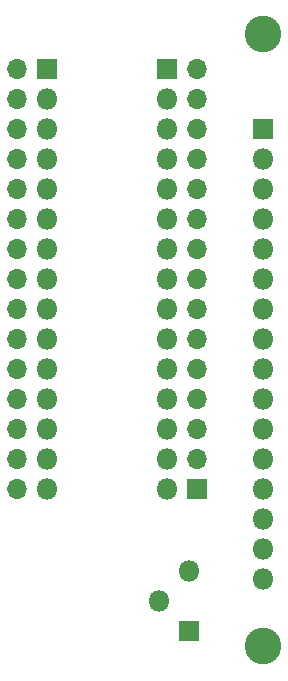
<source format=gbr>
%TF.GenerationSoftware,KiCad,Pcbnew,(5.1.6)-1*%
%TF.CreationDate,2022-01-07T20:02:18-04:00*%
%TF.ProjectId,LCD_adapter,4c43445f-6164-4617-9074-65722e6b6963,rev?*%
%TF.SameCoordinates,Original*%
%TF.FileFunction,Soldermask,Bot*%
%TF.FilePolarity,Negative*%
%FSLAX46Y46*%
G04 Gerber Fmt 4.6, Leading zero omitted, Abs format (unit mm)*
G04 Created by KiCad (PCBNEW (5.1.6)-1) date 2022-01-07 20:02:18*
%MOMM*%
%LPD*%
G01*
G04 APERTURE LIST*
%ADD10C,3.100000*%
%ADD11O,1.800000X1.800000*%
%ADD12R,1.800000X1.800000*%
%ADD13O,1.700000X1.700000*%
%ADD14R,1.700000X1.700000*%
G04 APERTURE END LIST*
D10*
%TO.C,REF\u002A\u002A*%
X172000000Y-61850000D03*
%TD*%
%TO.C,REF\u002A\u002A*%
X172000000Y-113665000D03*
%TD*%
D11*
%TO.C,J2*%
X163830000Y-100330000D03*
X163830000Y-97790000D03*
X163830000Y-95250000D03*
X163830000Y-92710000D03*
X163830000Y-90170000D03*
X163830000Y-87630000D03*
X163830000Y-85090000D03*
X163830000Y-82550000D03*
X163830000Y-80010000D03*
X163830000Y-77470000D03*
X163830000Y-74930000D03*
X163830000Y-72390000D03*
X163830000Y-69850000D03*
X163830000Y-67310000D03*
D12*
X163830000Y-64770000D03*
%TD*%
D11*
%TO.C,J1*%
X153670000Y-100330000D03*
X153670000Y-97790000D03*
X153670000Y-95250000D03*
X153670000Y-92710000D03*
X153670000Y-90170000D03*
X153670000Y-87630000D03*
X153670000Y-85090000D03*
X153670000Y-82550000D03*
X153670000Y-80010000D03*
X153670000Y-77470000D03*
X153670000Y-74930000D03*
X153670000Y-72390000D03*
X153670000Y-69850000D03*
X153670000Y-67310000D03*
D12*
X153670000Y-64770000D03*
%TD*%
D13*
%TO.C,A1*%
X151130000Y-64770000D03*
X166370000Y-64770000D03*
X151130000Y-100330000D03*
X166370000Y-67310000D03*
X151130000Y-97790000D03*
X166370000Y-69850000D03*
X151130000Y-95250000D03*
X166370000Y-72390000D03*
X151130000Y-92710000D03*
X166370000Y-74930000D03*
X151130000Y-90170000D03*
X166370000Y-77470000D03*
X151130000Y-87630000D03*
X166370000Y-80010000D03*
X151130000Y-85090000D03*
X166370000Y-82550000D03*
X151130000Y-82550000D03*
X166370000Y-85090000D03*
X151130000Y-80010000D03*
X166370000Y-87630000D03*
X151130000Y-77470000D03*
X166370000Y-90170000D03*
X151130000Y-74930000D03*
X166370000Y-92710000D03*
X151130000Y-72390000D03*
X166370000Y-95250000D03*
X151130000Y-69850000D03*
X166370000Y-97790000D03*
X151130000Y-67310000D03*
D14*
X166370000Y-100330000D03*
%TD*%
D11*
%TO.C,RV1*%
X165735000Y-107315000D03*
X163195000Y-109855000D03*
D12*
X165735000Y-112395000D03*
%TD*%
D11*
%TO.C,U1*%
X172000000Y-107950000D03*
X172000000Y-105410000D03*
X172000000Y-102870000D03*
X172000000Y-100330000D03*
X172000000Y-97790000D03*
X172000000Y-95250000D03*
X172000000Y-92710000D03*
X172000000Y-90170000D03*
X172000000Y-87630000D03*
X172000000Y-85090000D03*
X172000000Y-82550000D03*
X172000000Y-80010000D03*
X172000000Y-77470000D03*
X172000000Y-74930000D03*
X172000000Y-72390000D03*
D12*
X172000000Y-69850000D03*
%TD*%
M02*

</source>
